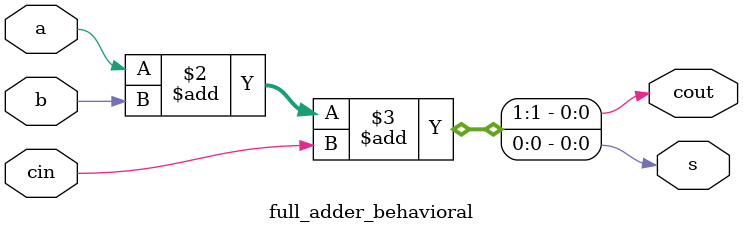
<source format=v>
`timescale 1ns / 1ps

module full_adder_behavioral(a,b,cin,cout,s);
  input a, b, cin;
  output reg cout, s;
  always @ ( * ) begin
    {cout, s}= a + b + cin;
  end
endmodule

</source>
